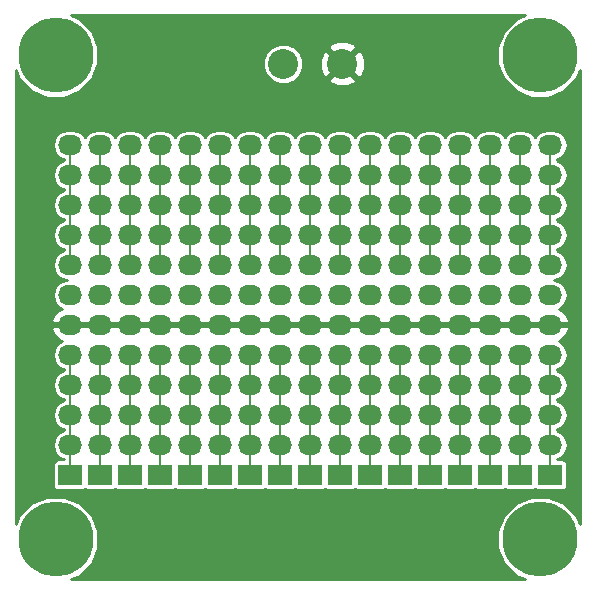
<source format=gbl>
G04 #@! TF.FileFunction,Copper,L2,Bot,Signal*
%FSLAX46Y46*%
G04 Gerber Fmt 4.6, Leading zero omitted, Abs format (unit mm)*
G04 Created by KiCad (PCBNEW 4.0.1-stable) date 10/1/2016 10:42:31 PM*
%MOMM*%
G01*
G04 APERTURE LIST*
%ADD10C,0.150000*%
%ADD11C,6.350000*%
%ADD12C,2.540000*%
%ADD13R,2.032000X1.727200*%
%ADD14O,2.032000X1.727200*%
%ADD15C,0.889000*%
%ADD16C,0.203200*%
%ADD17C,0.254000*%
G04 APERTURE END LIST*
D10*
D11*
X14000000Y-55000000D03*
X55000000Y-55000000D03*
X55000000Y-14000000D03*
X14000000Y-14000000D03*
D12*
X33274000Y-14732000D03*
X38274000Y-14732000D03*
D13*
X15240000Y-49530000D03*
D14*
X15240000Y-46990000D03*
X15240000Y-44450000D03*
X15240000Y-41910000D03*
X15240000Y-39370000D03*
X15240000Y-36830000D03*
X15240000Y-34290000D03*
X15240000Y-31750000D03*
X15240000Y-29210000D03*
X15240000Y-26670000D03*
X15240000Y-24130000D03*
X15240000Y-21590000D03*
D13*
X17780000Y-49530000D03*
D14*
X17780000Y-46990000D03*
X17780000Y-44450000D03*
X17780000Y-41910000D03*
X17780000Y-39370000D03*
X17780000Y-36830000D03*
X17780000Y-34290000D03*
X17780000Y-31750000D03*
X17780000Y-29210000D03*
X17780000Y-26670000D03*
X17780000Y-24130000D03*
X17780000Y-21590000D03*
D13*
X20320000Y-49530000D03*
D14*
X20320000Y-46990000D03*
X20320000Y-44450000D03*
X20320000Y-41910000D03*
X20320000Y-39370000D03*
X20320000Y-36830000D03*
X20320000Y-34290000D03*
X20320000Y-31750000D03*
X20320000Y-29210000D03*
X20320000Y-26670000D03*
X20320000Y-24130000D03*
X20320000Y-21590000D03*
D13*
X22860000Y-49530000D03*
D14*
X22860000Y-46990000D03*
X22860000Y-44450000D03*
X22860000Y-41910000D03*
X22860000Y-39370000D03*
X22860000Y-36830000D03*
X22860000Y-34290000D03*
X22860000Y-31750000D03*
X22860000Y-29210000D03*
X22860000Y-26670000D03*
X22860000Y-24130000D03*
X22860000Y-21590000D03*
D13*
X25400000Y-49530000D03*
D14*
X25400000Y-46990000D03*
X25400000Y-44450000D03*
X25400000Y-41910000D03*
X25400000Y-39370000D03*
X25400000Y-36830000D03*
X25400000Y-34290000D03*
X25400000Y-31750000D03*
X25400000Y-29210000D03*
X25400000Y-26670000D03*
X25400000Y-24130000D03*
X25400000Y-21590000D03*
D13*
X27940000Y-49530000D03*
D14*
X27940000Y-46990000D03*
X27940000Y-44450000D03*
X27940000Y-41910000D03*
X27940000Y-39370000D03*
X27940000Y-36830000D03*
X27940000Y-34290000D03*
X27940000Y-31750000D03*
X27940000Y-29210000D03*
X27940000Y-26670000D03*
X27940000Y-24130000D03*
X27940000Y-21590000D03*
D13*
X35560000Y-49530000D03*
D14*
X35560000Y-46990000D03*
X35560000Y-44450000D03*
X35560000Y-41910000D03*
X35560000Y-39370000D03*
X35560000Y-36830000D03*
X35560000Y-34290000D03*
X35560000Y-31750000D03*
X35560000Y-29210000D03*
X35560000Y-26670000D03*
X35560000Y-24130000D03*
X35560000Y-21590000D03*
D13*
X33020000Y-49530000D03*
D14*
X33020000Y-46990000D03*
X33020000Y-44450000D03*
X33020000Y-41910000D03*
X33020000Y-39370000D03*
X33020000Y-36830000D03*
X33020000Y-34290000D03*
X33020000Y-31750000D03*
X33020000Y-29210000D03*
X33020000Y-26670000D03*
X33020000Y-24130000D03*
X33020000Y-21590000D03*
D13*
X40640000Y-49530000D03*
D14*
X40640000Y-46990000D03*
X40640000Y-44450000D03*
X40640000Y-41910000D03*
X40640000Y-39370000D03*
X40640000Y-36830000D03*
X40640000Y-34290000D03*
X40640000Y-31750000D03*
X40640000Y-29210000D03*
X40640000Y-26670000D03*
X40640000Y-24130000D03*
X40640000Y-21590000D03*
D13*
X43180000Y-49530000D03*
D14*
X43180000Y-46990000D03*
X43180000Y-44450000D03*
X43180000Y-41910000D03*
X43180000Y-39370000D03*
X43180000Y-36830000D03*
X43180000Y-34290000D03*
X43180000Y-31750000D03*
X43180000Y-29210000D03*
X43180000Y-26670000D03*
X43180000Y-24130000D03*
X43180000Y-21590000D03*
D13*
X30480000Y-49530000D03*
D14*
X30480000Y-46990000D03*
X30480000Y-44450000D03*
X30480000Y-41910000D03*
X30480000Y-39370000D03*
X30480000Y-36830000D03*
X30480000Y-34290000D03*
X30480000Y-31750000D03*
X30480000Y-29210000D03*
X30480000Y-26670000D03*
X30480000Y-24130000D03*
X30480000Y-21590000D03*
D13*
X38100000Y-49530000D03*
D14*
X38100000Y-46990000D03*
X38100000Y-44450000D03*
X38100000Y-41910000D03*
X38100000Y-39370000D03*
X38100000Y-36830000D03*
X38100000Y-34290000D03*
X38100000Y-31750000D03*
X38100000Y-29210000D03*
X38100000Y-26670000D03*
X38100000Y-24130000D03*
X38100000Y-21590000D03*
D13*
X45720000Y-49530000D03*
D14*
X45720000Y-46990000D03*
X45720000Y-44450000D03*
X45720000Y-41910000D03*
X45720000Y-39370000D03*
X45720000Y-36830000D03*
X45720000Y-34290000D03*
X45720000Y-31750000D03*
X45720000Y-29210000D03*
X45720000Y-26670000D03*
X45720000Y-24130000D03*
X45720000Y-21590000D03*
D13*
X48260000Y-49530000D03*
D14*
X48260000Y-46990000D03*
X48260000Y-44450000D03*
X48260000Y-41910000D03*
X48260000Y-39370000D03*
X48260000Y-36830000D03*
X48260000Y-34290000D03*
X48260000Y-31750000D03*
X48260000Y-29210000D03*
X48260000Y-26670000D03*
X48260000Y-24130000D03*
X48260000Y-21590000D03*
D13*
X50800000Y-49530000D03*
D14*
X50800000Y-46990000D03*
X50800000Y-44450000D03*
X50800000Y-41910000D03*
X50800000Y-39370000D03*
X50800000Y-36830000D03*
X50800000Y-34290000D03*
X50800000Y-31750000D03*
X50800000Y-29210000D03*
X50800000Y-26670000D03*
X50800000Y-24130000D03*
X50800000Y-21590000D03*
D13*
X53340000Y-49530000D03*
D14*
X53340000Y-46990000D03*
X53340000Y-44450000D03*
X53340000Y-41910000D03*
X53340000Y-39370000D03*
X53340000Y-36830000D03*
X53340000Y-34290000D03*
X53340000Y-31750000D03*
X53340000Y-29210000D03*
X53340000Y-26670000D03*
X53340000Y-24130000D03*
X53340000Y-21590000D03*
D13*
X55880000Y-49530000D03*
D14*
X55880000Y-46990000D03*
X55880000Y-44450000D03*
X55880000Y-41910000D03*
X55880000Y-39370000D03*
X55880000Y-36830000D03*
X55880000Y-34290000D03*
X55880000Y-31750000D03*
X55880000Y-29210000D03*
X55880000Y-26670000D03*
X55880000Y-24130000D03*
X55880000Y-21590000D03*
D15*
X25908000Y-17018000D03*
X23749000Y-13208000D03*
D16*
X15240000Y-39370000D02*
X15240000Y-41910000D01*
X15240000Y-41910000D02*
X15240000Y-44450000D01*
X15240000Y-44450000D02*
X15240000Y-46990000D01*
X15240000Y-46990000D02*
X15240000Y-49530000D01*
X17780000Y-39370000D02*
X17780000Y-41910000D01*
X17780000Y-41910000D02*
X17780000Y-44450000D01*
X17780000Y-44450000D02*
X17780000Y-46990000D01*
X17780000Y-46990000D02*
X17780000Y-49530000D01*
X20320000Y-39370000D02*
X20320000Y-41910000D01*
X20320000Y-41910000D02*
X20320000Y-44450000D01*
X20320000Y-44450000D02*
X20320000Y-46990000D01*
X20320000Y-46990000D02*
X20320000Y-49530000D01*
X22860000Y-39370000D02*
X22860000Y-41910000D01*
X22860000Y-41910000D02*
X22860000Y-44450000D01*
X22860000Y-44450000D02*
X22860000Y-46990000D01*
X22860000Y-46990000D02*
X22860000Y-49530000D01*
X25400000Y-39370000D02*
X25400000Y-41910000D01*
X25400000Y-41910000D02*
X25400000Y-44450000D01*
X25400000Y-44450000D02*
X25400000Y-46990000D01*
X25400000Y-46990000D02*
X25400000Y-49530000D01*
X27940000Y-39370000D02*
X27940000Y-41910000D01*
X27940000Y-41910000D02*
X27940000Y-44450000D01*
X27940000Y-44450000D02*
X27940000Y-46990000D01*
X27940000Y-46990000D02*
X27940000Y-49530000D01*
X35560000Y-24130000D02*
X35560000Y-21590000D01*
X35560000Y-31750000D02*
X35560000Y-29210000D01*
X35560000Y-29210000D02*
X35560000Y-26670000D01*
X35560000Y-26670000D02*
X35560000Y-24130000D01*
X35560000Y-49530000D02*
X35560000Y-46990000D01*
X35560000Y-46990000D02*
X35560000Y-44450000D01*
X35560000Y-44450000D02*
X35560000Y-41910000D01*
X35560000Y-41910000D02*
X35560000Y-39370000D01*
X33020000Y-24130000D02*
X33020000Y-21590000D01*
X33020000Y-31750000D02*
X33020000Y-29210000D01*
X33020000Y-29210000D02*
X33020000Y-26670000D01*
X33020000Y-26670000D02*
X33020000Y-24130000D01*
X33020000Y-39370000D02*
X33020000Y-41910000D01*
X33020000Y-41910000D02*
X33020000Y-44450000D01*
X33020000Y-44450000D02*
X33020000Y-46990000D01*
X33020000Y-46990000D02*
X33020000Y-49530000D01*
X40640000Y-31750000D02*
X40640000Y-29210000D01*
X40640000Y-29210000D02*
X40640000Y-26670000D01*
X40640000Y-26670000D02*
X40640000Y-24130000D01*
X40640000Y-24130000D02*
X40640000Y-21590000D01*
X40640000Y-39370000D02*
X40640000Y-41910000D01*
X40640000Y-41910000D02*
X40640000Y-44450000D01*
X40640000Y-44450000D02*
X40640000Y-46990000D01*
X40640000Y-46990000D02*
X40640000Y-49530000D01*
X43180000Y-31750000D02*
X43180000Y-29210000D01*
X43180000Y-29210000D02*
X43180000Y-26670000D01*
X43180000Y-26670000D02*
X43180000Y-24130000D01*
X43180000Y-24130000D02*
X43180000Y-21590000D01*
X43180000Y-49530000D02*
X43180000Y-46990000D01*
X43180000Y-46990000D02*
X43180000Y-44450000D01*
X43180000Y-44450000D02*
X43180000Y-41910000D01*
X43180000Y-41910000D02*
X43180000Y-39370000D01*
X30480000Y-24130000D02*
X30480000Y-21590000D01*
X30480000Y-31750000D02*
X30480000Y-29210000D01*
X30480000Y-29210000D02*
X30480000Y-26670000D01*
X30480000Y-26670000D02*
X30480000Y-24130000D01*
X30480000Y-39370000D02*
X30480000Y-41910000D01*
X30480000Y-41910000D02*
X30480000Y-44450000D01*
X30480000Y-44450000D02*
X30480000Y-46990000D01*
X30480000Y-46990000D02*
X30480000Y-49530000D01*
X38100000Y-31750000D02*
X38100000Y-29210000D01*
X38100000Y-29210000D02*
X38100000Y-26670000D01*
X38100000Y-26670000D02*
X38100000Y-24130000D01*
X38100000Y-24130000D02*
X38100000Y-21590000D01*
X38100000Y-39370000D02*
X38100000Y-41910000D01*
X38100000Y-41910000D02*
X38100000Y-44450000D01*
X38100000Y-44450000D02*
X38100000Y-46990000D01*
X38100000Y-46990000D02*
X38100000Y-49530000D01*
X45720000Y-31750000D02*
X45720000Y-29210000D01*
X45720000Y-29210000D02*
X45720000Y-26670000D01*
X45720000Y-26670000D02*
X45720000Y-24130000D01*
X45720000Y-24130000D02*
X45720000Y-21590000D01*
X45720000Y-39370000D02*
X45720000Y-41910000D01*
X45720000Y-41910000D02*
X45720000Y-44450000D01*
X45720000Y-44450000D02*
X45720000Y-46990000D01*
X45720000Y-46990000D02*
X45720000Y-49530000D01*
X48260000Y-31750000D02*
X48260000Y-29210000D01*
X48260000Y-29210000D02*
X48260000Y-26670000D01*
X48260000Y-26670000D02*
X48260000Y-24130000D01*
X48260000Y-24130000D02*
X48260000Y-21590000D01*
X48260000Y-39370000D02*
X48260000Y-41910000D01*
X48260000Y-41910000D02*
X48260000Y-44450000D01*
X48260000Y-44450000D02*
X48260000Y-46990000D01*
X48260000Y-46990000D02*
X48260000Y-49530000D01*
X50800000Y-31750000D02*
X50800000Y-29210000D01*
X50800000Y-29210000D02*
X50800000Y-26670000D01*
X50800000Y-26670000D02*
X50800000Y-24130000D01*
X50800000Y-24130000D02*
X50800000Y-21590000D01*
X50800000Y-39370000D02*
X50800000Y-41910000D01*
X50800000Y-41910000D02*
X50800000Y-44450000D01*
X50800000Y-44450000D02*
X50800000Y-46990000D01*
X50800000Y-46990000D02*
X50800000Y-49530000D01*
X53340000Y-31750000D02*
X53340000Y-29210000D01*
X53340000Y-29210000D02*
X53340000Y-26670000D01*
X53340000Y-26670000D02*
X53340000Y-24130000D01*
X53340000Y-24130000D02*
X53340000Y-21590000D01*
X53340000Y-39370000D02*
X53340000Y-41910000D01*
X53340000Y-41910000D02*
X53340000Y-44450000D01*
X53340000Y-44450000D02*
X53340000Y-46990000D01*
X53340000Y-46990000D02*
X53340000Y-49530000D01*
X55880000Y-31750000D02*
X55880000Y-29210000D01*
X55880000Y-29210000D02*
X55880000Y-26670000D01*
X55880000Y-26670000D02*
X55880000Y-24130000D01*
X55880000Y-24130000D02*
X55880000Y-21590000D01*
X55880000Y-39370000D02*
X55880000Y-41910000D01*
X55880000Y-41910000D02*
X55880000Y-44450000D01*
X55880000Y-44450000D02*
X55880000Y-46990000D01*
X55880000Y-46990000D02*
X55880000Y-49530000D01*
X15240000Y-31750000D02*
X15240000Y-29210000D01*
X15240000Y-29210000D02*
X15240000Y-26670000D01*
X15240000Y-26670000D02*
X15240000Y-24130000D01*
X15240000Y-24130000D02*
X15240000Y-21590000D01*
X17780000Y-24130000D02*
X17780000Y-21590000D01*
X17780000Y-31750000D02*
X17780000Y-29210000D01*
X17780000Y-29210000D02*
X17780000Y-26670000D01*
X17780000Y-26670000D02*
X17780000Y-24130000D01*
X20320000Y-24130000D02*
X20320000Y-21590000D01*
X20320000Y-31750000D02*
X20320000Y-29210000D01*
X20320000Y-29210000D02*
X20320000Y-26670000D01*
X20320000Y-26670000D02*
X20320000Y-24130000D01*
X22860000Y-24130000D02*
X22860000Y-21590000D01*
X22860000Y-31750000D02*
X22860000Y-29210000D01*
X22860000Y-29210000D02*
X22860000Y-26670000D01*
X22860000Y-26670000D02*
X22860000Y-24130000D01*
X25400000Y-24130000D02*
X25400000Y-21590000D01*
X25400000Y-31750000D02*
X25400000Y-29210000D01*
X25400000Y-29210000D02*
X25400000Y-26670000D01*
X25400000Y-26670000D02*
X25400000Y-24130000D01*
X27940000Y-24130000D02*
X27940000Y-21590000D01*
X27940000Y-31750000D02*
X27940000Y-29210000D01*
X27940000Y-29210000D02*
X27940000Y-26670000D01*
X27940000Y-26670000D02*
X27940000Y-24130000D01*
D17*
G36*
X52959581Y-10940521D02*
X51944087Y-11954245D01*
X51393828Y-13279416D01*
X51392576Y-14714289D01*
X51940521Y-16040419D01*
X52954245Y-17055913D01*
X54279416Y-17606172D01*
X55714289Y-17607424D01*
X57040419Y-17059479D01*
X58055913Y-16045755D01*
X58377700Y-15270806D01*
X58377700Y-53729736D01*
X58059479Y-52959581D01*
X57045755Y-51944087D01*
X55720584Y-51393828D01*
X54285711Y-51392576D01*
X52959581Y-51940521D01*
X51944087Y-52954245D01*
X51393828Y-54279416D01*
X51392576Y-55714289D01*
X51940521Y-57040419D01*
X52954245Y-58055913D01*
X53729194Y-58377700D01*
X15270264Y-58377700D01*
X16040419Y-58059479D01*
X17055913Y-57045755D01*
X17606172Y-55720584D01*
X17607424Y-54285711D01*
X17059479Y-52959581D01*
X16045755Y-51944087D01*
X14720584Y-51393828D01*
X13285711Y-51392576D01*
X11959581Y-51940521D01*
X10944087Y-52954245D01*
X10622300Y-53729194D01*
X10622300Y-37189026D01*
X13632642Y-37189026D01*
X13635291Y-37204791D01*
X13889268Y-37732036D01*
X14325680Y-38121954D01*
X14532133Y-38194170D01*
X14143250Y-38454014D01*
X13862442Y-38874272D01*
X13763836Y-39370000D01*
X13862442Y-39865728D01*
X14143250Y-40285986D01*
X14563508Y-40566794D01*
X14706600Y-40595257D01*
X14706600Y-40684743D01*
X14563508Y-40713206D01*
X14143250Y-40994014D01*
X13862442Y-41414272D01*
X13763836Y-41910000D01*
X13862442Y-42405728D01*
X14143250Y-42825986D01*
X14563508Y-43106794D01*
X14706600Y-43135257D01*
X14706600Y-43224743D01*
X14563508Y-43253206D01*
X14143250Y-43534014D01*
X13862442Y-43954272D01*
X13763836Y-44450000D01*
X13862442Y-44945728D01*
X14143250Y-45365986D01*
X14563508Y-45646794D01*
X14706600Y-45675257D01*
X14706600Y-45764743D01*
X14563508Y-45793206D01*
X14143250Y-46074014D01*
X13862442Y-46494272D01*
X13763836Y-46990000D01*
X13862442Y-47485728D01*
X14143250Y-47905986D01*
X14563508Y-48186794D01*
X14706600Y-48215257D01*
X14706600Y-48226141D01*
X14224000Y-48226141D01*
X14063985Y-48256250D01*
X13917020Y-48350819D01*
X13818427Y-48495115D01*
X13783741Y-48666400D01*
X13783741Y-50393600D01*
X13813850Y-50553615D01*
X13908419Y-50700580D01*
X14052715Y-50799173D01*
X14224000Y-50833859D01*
X16256000Y-50833859D01*
X16416015Y-50803750D01*
X16510464Y-50742974D01*
X16592715Y-50799173D01*
X16764000Y-50833859D01*
X18796000Y-50833859D01*
X18956015Y-50803750D01*
X19050464Y-50742974D01*
X19132715Y-50799173D01*
X19304000Y-50833859D01*
X21336000Y-50833859D01*
X21496015Y-50803750D01*
X21590464Y-50742974D01*
X21672715Y-50799173D01*
X21844000Y-50833859D01*
X23876000Y-50833859D01*
X24036015Y-50803750D01*
X24130464Y-50742974D01*
X24212715Y-50799173D01*
X24384000Y-50833859D01*
X26416000Y-50833859D01*
X26576015Y-50803750D01*
X26670464Y-50742974D01*
X26752715Y-50799173D01*
X26924000Y-50833859D01*
X28956000Y-50833859D01*
X29116015Y-50803750D01*
X29210464Y-50742974D01*
X29292715Y-50799173D01*
X29464000Y-50833859D01*
X31496000Y-50833859D01*
X31656015Y-50803750D01*
X31750464Y-50742974D01*
X31832715Y-50799173D01*
X32004000Y-50833859D01*
X34036000Y-50833859D01*
X34196015Y-50803750D01*
X34290464Y-50742974D01*
X34372715Y-50799173D01*
X34544000Y-50833859D01*
X36576000Y-50833859D01*
X36736015Y-50803750D01*
X36830464Y-50742974D01*
X36912715Y-50799173D01*
X37084000Y-50833859D01*
X39116000Y-50833859D01*
X39276015Y-50803750D01*
X39370464Y-50742974D01*
X39452715Y-50799173D01*
X39624000Y-50833859D01*
X41656000Y-50833859D01*
X41816015Y-50803750D01*
X41910464Y-50742974D01*
X41992715Y-50799173D01*
X42164000Y-50833859D01*
X44196000Y-50833859D01*
X44356015Y-50803750D01*
X44450464Y-50742974D01*
X44532715Y-50799173D01*
X44704000Y-50833859D01*
X46736000Y-50833859D01*
X46896015Y-50803750D01*
X46990464Y-50742974D01*
X47072715Y-50799173D01*
X47244000Y-50833859D01*
X49276000Y-50833859D01*
X49436015Y-50803750D01*
X49530464Y-50742974D01*
X49612715Y-50799173D01*
X49784000Y-50833859D01*
X51816000Y-50833859D01*
X51976015Y-50803750D01*
X52070464Y-50742974D01*
X52152715Y-50799173D01*
X52324000Y-50833859D01*
X54356000Y-50833859D01*
X54516015Y-50803750D01*
X54610464Y-50742974D01*
X54692715Y-50799173D01*
X54864000Y-50833859D01*
X56896000Y-50833859D01*
X57056015Y-50803750D01*
X57202980Y-50709181D01*
X57301573Y-50564885D01*
X57336259Y-50393600D01*
X57336259Y-48666400D01*
X57306150Y-48506385D01*
X57211581Y-48359420D01*
X57067285Y-48260827D01*
X56896000Y-48226141D01*
X56413400Y-48226141D01*
X56413400Y-48215257D01*
X56556492Y-48186794D01*
X56976750Y-47905986D01*
X57257558Y-47485728D01*
X57356164Y-46990000D01*
X57257558Y-46494272D01*
X56976750Y-46074014D01*
X56556492Y-45793206D01*
X56413400Y-45764743D01*
X56413400Y-45675257D01*
X56556492Y-45646794D01*
X56976750Y-45365986D01*
X57257558Y-44945728D01*
X57356164Y-44450000D01*
X57257558Y-43954272D01*
X56976750Y-43534014D01*
X56556492Y-43253206D01*
X56413400Y-43224743D01*
X56413400Y-43135257D01*
X56556492Y-43106794D01*
X56976750Y-42825986D01*
X57257558Y-42405728D01*
X57356164Y-41910000D01*
X57257558Y-41414272D01*
X56976750Y-40994014D01*
X56556492Y-40713206D01*
X56413400Y-40684743D01*
X56413400Y-40595257D01*
X56556492Y-40566794D01*
X56976750Y-40285986D01*
X57257558Y-39865728D01*
X57356164Y-39370000D01*
X57257558Y-38874272D01*
X56976750Y-38454014D01*
X56587867Y-38194170D01*
X56794320Y-38121954D01*
X57230732Y-37732036D01*
X57484709Y-37204791D01*
X57487358Y-37189026D01*
X57366217Y-36957000D01*
X56007000Y-36957000D01*
X56007000Y-36977000D01*
X55753000Y-36977000D01*
X55753000Y-36957000D01*
X53467000Y-36957000D01*
X53467000Y-36977000D01*
X53213000Y-36977000D01*
X53213000Y-36957000D01*
X50927000Y-36957000D01*
X50927000Y-36977000D01*
X50673000Y-36977000D01*
X50673000Y-36957000D01*
X48387000Y-36957000D01*
X48387000Y-36977000D01*
X48133000Y-36977000D01*
X48133000Y-36957000D01*
X45847000Y-36957000D01*
X45847000Y-36977000D01*
X45593000Y-36977000D01*
X45593000Y-36957000D01*
X43307000Y-36957000D01*
X43307000Y-36977000D01*
X43053000Y-36977000D01*
X43053000Y-36957000D01*
X40767000Y-36957000D01*
X40767000Y-36977000D01*
X40513000Y-36977000D01*
X40513000Y-36957000D01*
X38227000Y-36957000D01*
X38227000Y-36977000D01*
X37973000Y-36977000D01*
X37973000Y-36957000D01*
X35687000Y-36957000D01*
X35687000Y-36977000D01*
X35433000Y-36977000D01*
X35433000Y-36957000D01*
X33147000Y-36957000D01*
X33147000Y-36977000D01*
X32893000Y-36977000D01*
X32893000Y-36957000D01*
X30607000Y-36957000D01*
X30607000Y-36977000D01*
X30353000Y-36977000D01*
X30353000Y-36957000D01*
X28067000Y-36957000D01*
X28067000Y-36977000D01*
X27813000Y-36977000D01*
X27813000Y-36957000D01*
X25527000Y-36957000D01*
X25527000Y-36977000D01*
X25273000Y-36977000D01*
X25273000Y-36957000D01*
X22987000Y-36957000D01*
X22987000Y-36977000D01*
X22733000Y-36977000D01*
X22733000Y-36957000D01*
X20447000Y-36957000D01*
X20447000Y-36977000D01*
X20193000Y-36977000D01*
X20193000Y-36957000D01*
X17907000Y-36957000D01*
X17907000Y-36977000D01*
X17653000Y-36977000D01*
X17653000Y-36957000D01*
X15367000Y-36957000D01*
X15367000Y-36977000D01*
X15113000Y-36977000D01*
X15113000Y-36957000D01*
X13753783Y-36957000D01*
X13632642Y-37189026D01*
X10622300Y-37189026D01*
X10622300Y-36470974D01*
X13632642Y-36470974D01*
X13753783Y-36703000D01*
X15113000Y-36703000D01*
X15113000Y-36683000D01*
X15367000Y-36683000D01*
X15367000Y-36703000D01*
X17653000Y-36703000D01*
X17653000Y-36683000D01*
X17907000Y-36683000D01*
X17907000Y-36703000D01*
X20193000Y-36703000D01*
X20193000Y-36683000D01*
X20447000Y-36683000D01*
X20447000Y-36703000D01*
X22733000Y-36703000D01*
X22733000Y-36683000D01*
X22987000Y-36683000D01*
X22987000Y-36703000D01*
X25273000Y-36703000D01*
X25273000Y-36683000D01*
X25527000Y-36683000D01*
X25527000Y-36703000D01*
X27813000Y-36703000D01*
X27813000Y-36683000D01*
X28067000Y-36683000D01*
X28067000Y-36703000D01*
X30353000Y-36703000D01*
X30353000Y-36683000D01*
X30607000Y-36683000D01*
X30607000Y-36703000D01*
X32893000Y-36703000D01*
X32893000Y-36683000D01*
X33147000Y-36683000D01*
X33147000Y-36703000D01*
X35433000Y-36703000D01*
X35433000Y-36683000D01*
X35687000Y-36683000D01*
X35687000Y-36703000D01*
X37973000Y-36703000D01*
X37973000Y-36683000D01*
X38227000Y-36683000D01*
X38227000Y-36703000D01*
X40513000Y-36703000D01*
X40513000Y-36683000D01*
X40767000Y-36683000D01*
X40767000Y-36703000D01*
X43053000Y-36703000D01*
X43053000Y-36683000D01*
X43307000Y-36683000D01*
X43307000Y-36703000D01*
X45593000Y-36703000D01*
X45593000Y-36683000D01*
X45847000Y-36683000D01*
X45847000Y-36703000D01*
X48133000Y-36703000D01*
X48133000Y-36683000D01*
X48387000Y-36683000D01*
X48387000Y-36703000D01*
X50673000Y-36703000D01*
X50673000Y-36683000D01*
X50927000Y-36683000D01*
X50927000Y-36703000D01*
X53213000Y-36703000D01*
X53213000Y-36683000D01*
X53467000Y-36683000D01*
X53467000Y-36703000D01*
X55753000Y-36703000D01*
X55753000Y-36683000D01*
X56007000Y-36683000D01*
X56007000Y-36703000D01*
X57366217Y-36703000D01*
X57487358Y-36470974D01*
X57484709Y-36455209D01*
X57230732Y-35927964D01*
X56794320Y-35538046D01*
X56587867Y-35465830D01*
X56976750Y-35205986D01*
X57257558Y-34785728D01*
X57356164Y-34290000D01*
X57257558Y-33794272D01*
X56976750Y-33374014D01*
X56556492Y-33093206D01*
X56188459Y-33020000D01*
X56556492Y-32946794D01*
X56976750Y-32665986D01*
X57257558Y-32245728D01*
X57356164Y-31750000D01*
X57257558Y-31254272D01*
X56976750Y-30834014D01*
X56556492Y-30553206D01*
X56413400Y-30524743D01*
X56413400Y-30435257D01*
X56556492Y-30406794D01*
X56976750Y-30125986D01*
X57257558Y-29705728D01*
X57356164Y-29210000D01*
X57257558Y-28714272D01*
X56976750Y-28294014D01*
X56556492Y-28013206D01*
X56413400Y-27984743D01*
X56413400Y-27895257D01*
X56556492Y-27866794D01*
X56976750Y-27585986D01*
X57257558Y-27165728D01*
X57356164Y-26670000D01*
X57257558Y-26174272D01*
X56976750Y-25754014D01*
X56556492Y-25473206D01*
X56413400Y-25444743D01*
X56413400Y-25355257D01*
X56556492Y-25326794D01*
X56976750Y-25045986D01*
X57257558Y-24625728D01*
X57356164Y-24130000D01*
X57257558Y-23634272D01*
X56976750Y-23214014D01*
X56556492Y-22933206D01*
X56413400Y-22904743D01*
X56413400Y-22815257D01*
X56556492Y-22786794D01*
X56976750Y-22505986D01*
X57257558Y-22085728D01*
X57356164Y-21590000D01*
X57257558Y-21094272D01*
X56976750Y-20674014D01*
X56556492Y-20393206D01*
X56060764Y-20294600D01*
X55699236Y-20294600D01*
X55203508Y-20393206D01*
X54783250Y-20674014D01*
X54610000Y-20933300D01*
X54436750Y-20674014D01*
X54016492Y-20393206D01*
X53520764Y-20294600D01*
X53159236Y-20294600D01*
X52663508Y-20393206D01*
X52243250Y-20674014D01*
X52070000Y-20933300D01*
X51896750Y-20674014D01*
X51476492Y-20393206D01*
X50980764Y-20294600D01*
X50619236Y-20294600D01*
X50123508Y-20393206D01*
X49703250Y-20674014D01*
X49530000Y-20933300D01*
X49356750Y-20674014D01*
X48936492Y-20393206D01*
X48440764Y-20294600D01*
X48079236Y-20294600D01*
X47583508Y-20393206D01*
X47163250Y-20674014D01*
X46990000Y-20933300D01*
X46816750Y-20674014D01*
X46396492Y-20393206D01*
X45900764Y-20294600D01*
X45539236Y-20294600D01*
X45043508Y-20393206D01*
X44623250Y-20674014D01*
X44450000Y-20933300D01*
X44276750Y-20674014D01*
X43856492Y-20393206D01*
X43360764Y-20294600D01*
X42999236Y-20294600D01*
X42503508Y-20393206D01*
X42083250Y-20674014D01*
X41910000Y-20933300D01*
X41736750Y-20674014D01*
X41316492Y-20393206D01*
X40820764Y-20294600D01*
X40459236Y-20294600D01*
X39963508Y-20393206D01*
X39543250Y-20674014D01*
X39370000Y-20933300D01*
X39196750Y-20674014D01*
X38776492Y-20393206D01*
X38280764Y-20294600D01*
X37919236Y-20294600D01*
X37423508Y-20393206D01*
X37003250Y-20674014D01*
X36830000Y-20933300D01*
X36656750Y-20674014D01*
X36236492Y-20393206D01*
X35740764Y-20294600D01*
X35379236Y-20294600D01*
X34883508Y-20393206D01*
X34463250Y-20674014D01*
X34290000Y-20933300D01*
X34116750Y-20674014D01*
X33696492Y-20393206D01*
X33200764Y-20294600D01*
X32839236Y-20294600D01*
X32343508Y-20393206D01*
X31923250Y-20674014D01*
X31750000Y-20933300D01*
X31576750Y-20674014D01*
X31156492Y-20393206D01*
X30660764Y-20294600D01*
X30299236Y-20294600D01*
X29803508Y-20393206D01*
X29383250Y-20674014D01*
X29210000Y-20933300D01*
X29036750Y-20674014D01*
X28616492Y-20393206D01*
X28120764Y-20294600D01*
X27759236Y-20294600D01*
X27263508Y-20393206D01*
X26843250Y-20674014D01*
X26670000Y-20933300D01*
X26496750Y-20674014D01*
X26076492Y-20393206D01*
X25580764Y-20294600D01*
X25219236Y-20294600D01*
X24723508Y-20393206D01*
X24303250Y-20674014D01*
X24130000Y-20933300D01*
X23956750Y-20674014D01*
X23536492Y-20393206D01*
X23040764Y-20294600D01*
X22679236Y-20294600D01*
X22183508Y-20393206D01*
X21763250Y-20674014D01*
X21590000Y-20933300D01*
X21416750Y-20674014D01*
X20996492Y-20393206D01*
X20500764Y-20294600D01*
X20139236Y-20294600D01*
X19643508Y-20393206D01*
X19223250Y-20674014D01*
X19050000Y-20933300D01*
X18876750Y-20674014D01*
X18456492Y-20393206D01*
X17960764Y-20294600D01*
X17599236Y-20294600D01*
X17103508Y-20393206D01*
X16683250Y-20674014D01*
X16510000Y-20933300D01*
X16336750Y-20674014D01*
X15916492Y-20393206D01*
X15420764Y-20294600D01*
X15059236Y-20294600D01*
X14563508Y-20393206D01*
X14143250Y-20674014D01*
X13862442Y-21094272D01*
X13763836Y-21590000D01*
X13862442Y-22085728D01*
X14143250Y-22505986D01*
X14563508Y-22786794D01*
X14706600Y-22815257D01*
X14706600Y-22904743D01*
X14563508Y-22933206D01*
X14143250Y-23214014D01*
X13862442Y-23634272D01*
X13763836Y-24130000D01*
X13862442Y-24625728D01*
X14143250Y-25045986D01*
X14563508Y-25326794D01*
X14706600Y-25355257D01*
X14706600Y-25444743D01*
X14563508Y-25473206D01*
X14143250Y-25754014D01*
X13862442Y-26174272D01*
X13763836Y-26670000D01*
X13862442Y-27165728D01*
X14143250Y-27585986D01*
X14563508Y-27866794D01*
X14706600Y-27895257D01*
X14706600Y-27984743D01*
X14563508Y-28013206D01*
X14143250Y-28294014D01*
X13862442Y-28714272D01*
X13763836Y-29210000D01*
X13862442Y-29705728D01*
X14143250Y-30125986D01*
X14563508Y-30406794D01*
X14706600Y-30435257D01*
X14706600Y-30524743D01*
X14563508Y-30553206D01*
X14143250Y-30834014D01*
X13862442Y-31254272D01*
X13763836Y-31750000D01*
X13862442Y-32245728D01*
X14143250Y-32665986D01*
X14563508Y-32946794D01*
X14931541Y-33020000D01*
X14563508Y-33093206D01*
X14143250Y-33374014D01*
X13862442Y-33794272D01*
X13763836Y-34290000D01*
X13862442Y-34785728D01*
X14143250Y-35205986D01*
X14532133Y-35465830D01*
X14325680Y-35538046D01*
X13889268Y-35927964D01*
X13635291Y-36455209D01*
X13632642Y-36470974D01*
X10622300Y-36470974D01*
X10622300Y-15270264D01*
X10940521Y-16040419D01*
X11954245Y-17055913D01*
X13279416Y-17606172D01*
X14714289Y-17607424D01*
X16040419Y-17059479D01*
X17055913Y-16045755D01*
X17461487Y-15069024D01*
X31571905Y-15069024D01*
X31830443Y-15694733D01*
X32308749Y-16173874D01*
X32934006Y-16433504D01*
X33611024Y-16434095D01*
X34236733Y-16175557D01*
X34332680Y-16079777D01*
X37105828Y-16079777D01*
X37237520Y-16374657D01*
X37945036Y-16646261D01*
X38702632Y-16626436D01*
X39310480Y-16374657D01*
X39442172Y-16079777D01*
X38274000Y-14911605D01*
X37105828Y-16079777D01*
X34332680Y-16079777D01*
X34715874Y-15697251D01*
X34975504Y-15071994D01*
X34976087Y-14403036D01*
X36359739Y-14403036D01*
X36379564Y-15160632D01*
X36631343Y-15768480D01*
X36926223Y-15900172D01*
X38094395Y-14732000D01*
X38453605Y-14732000D01*
X39621777Y-15900172D01*
X39916657Y-15768480D01*
X40188261Y-15060964D01*
X40168436Y-14303368D01*
X39916657Y-13695520D01*
X39621777Y-13563828D01*
X38453605Y-14732000D01*
X38094395Y-14732000D01*
X36926223Y-13563828D01*
X36631343Y-13695520D01*
X36359739Y-14403036D01*
X34976087Y-14403036D01*
X34976095Y-14394976D01*
X34717557Y-13769267D01*
X34333185Y-13384223D01*
X37105828Y-13384223D01*
X38274000Y-14552395D01*
X39442172Y-13384223D01*
X39310480Y-13089343D01*
X38602964Y-12817739D01*
X37845368Y-12837564D01*
X37237520Y-13089343D01*
X37105828Y-13384223D01*
X34333185Y-13384223D01*
X34239251Y-13290126D01*
X33613994Y-13030496D01*
X32936976Y-13029905D01*
X32311267Y-13288443D01*
X31832126Y-13766749D01*
X31572496Y-14392006D01*
X31571905Y-15069024D01*
X17461487Y-15069024D01*
X17606172Y-14720584D01*
X17607424Y-13285711D01*
X17059479Y-11959581D01*
X16045755Y-10944087D01*
X15270806Y-10622300D01*
X53729736Y-10622300D01*
X52959581Y-10940521D01*
X52959581Y-10940521D01*
G37*
X52959581Y-10940521D02*
X51944087Y-11954245D01*
X51393828Y-13279416D01*
X51392576Y-14714289D01*
X51940521Y-16040419D01*
X52954245Y-17055913D01*
X54279416Y-17606172D01*
X55714289Y-17607424D01*
X57040419Y-17059479D01*
X58055913Y-16045755D01*
X58377700Y-15270806D01*
X58377700Y-53729736D01*
X58059479Y-52959581D01*
X57045755Y-51944087D01*
X55720584Y-51393828D01*
X54285711Y-51392576D01*
X52959581Y-51940521D01*
X51944087Y-52954245D01*
X51393828Y-54279416D01*
X51392576Y-55714289D01*
X51940521Y-57040419D01*
X52954245Y-58055913D01*
X53729194Y-58377700D01*
X15270264Y-58377700D01*
X16040419Y-58059479D01*
X17055913Y-57045755D01*
X17606172Y-55720584D01*
X17607424Y-54285711D01*
X17059479Y-52959581D01*
X16045755Y-51944087D01*
X14720584Y-51393828D01*
X13285711Y-51392576D01*
X11959581Y-51940521D01*
X10944087Y-52954245D01*
X10622300Y-53729194D01*
X10622300Y-37189026D01*
X13632642Y-37189026D01*
X13635291Y-37204791D01*
X13889268Y-37732036D01*
X14325680Y-38121954D01*
X14532133Y-38194170D01*
X14143250Y-38454014D01*
X13862442Y-38874272D01*
X13763836Y-39370000D01*
X13862442Y-39865728D01*
X14143250Y-40285986D01*
X14563508Y-40566794D01*
X14706600Y-40595257D01*
X14706600Y-40684743D01*
X14563508Y-40713206D01*
X14143250Y-40994014D01*
X13862442Y-41414272D01*
X13763836Y-41910000D01*
X13862442Y-42405728D01*
X14143250Y-42825986D01*
X14563508Y-43106794D01*
X14706600Y-43135257D01*
X14706600Y-43224743D01*
X14563508Y-43253206D01*
X14143250Y-43534014D01*
X13862442Y-43954272D01*
X13763836Y-44450000D01*
X13862442Y-44945728D01*
X14143250Y-45365986D01*
X14563508Y-45646794D01*
X14706600Y-45675257D01*
X14706600Y-45764743D01*
X14563508Y-45793206D01*
X14143250Y-46074014D01*
X13862442Y-46494272D01*
X13763836Y-46990000D01*
X13862442Y-47485728D01*
X14143250Y-47905986D01*
X14563508Y-48186794D01*
X14706600Y-48215257D01*
X14706600Y-48226141D01*
X14224000Y-48226141D01*
X14063985Y-48256250D01*
X13917020Y-48350819D01*
X13818427Y-48495115D01*
X13783741Y-48666400D01*
X13783741Y-50393600D01*
X13813850Y-50553615D01*
X13908419Y-50700580D01*
X14052715Y-50799173D01*
X14224000Y-50833859D01*
X16256000Y-50833859D01*
X16416015Y-50803750D01*
X16510464Y-50742974D01*
X16592715Y-50799173D01*
X16764000Y-50833859D01*
X18796000Y-50833859D01*
X18956015Y-50803750D01*
X19050464Y-50742974D01*
X19132715Y-50799173D01*
X19304000Y-50833859D01*
X21336000Y-50833859D01*
X21496015Y-50803750D01*
X21590464Y-50742974D01*
X21672715Y-50799173D01*
X21844000Y-50833859D01*
X23876000Y-50833859D01*
X24036015Y-50803750D01*
X24130464Y-50742974D01*
X24212715Y-50799173D01*
X24384000Y-50833859D01*
X26416000Y-50833859D01*
X26576015Y-50803750D01*
X26670464Y-50742974D01*
X26752715Y-50799173D01*
X26924000Y-50833859D01*
X28956000Y-50833859D01*
X29116015Y-50803750D01*
X29210464Y-50742974D01*
X29292715Y-50799173D01*
X29464000Y-50833859D01*
X31496000Y-50833859D01*
X31656015Y-50803750D01*
X31750464Y-50742974D01*
X31832715Y-50799173D01*
X32004000Y-50833859D01*
X34036000Y-50833859D01*
X34196015Y-50803750D01*
X34290464Y-50742974D01*
X34372715Y-50799173D01*
X34544000Y-50833859D01*
X36576000Y-50833859D01*
X36736015Y-50803750D01*
X36830464Y-50742974D01*
X36912715Y-50799173D01*
X37084000Y-50833859D01*
X39116000Y-50833859D01*
X39276015Y-50803750D01*
X39370464Y-50742974D01*
X39452715Y-50799173D01*
X39624000Y-50833859D01*
X41656000Y-50833859D01*
X41816015Y-50803750D01*
X41910464Y-50742974D01*
X41992715Y-50799173D01*
X42164000Y-50833859D01*
X44196000Y-50833859D01*
X44356015Y-50803750D01*
X44450464Y-50742974D01*
X44532715Y-50799173D01*
X44704000Y-50833859D01*
X46736000Y-50833859D01*
X46896015Y-50803750D01*
X46990464Y-50742974D01*
X47072715Y-50799173D01*
X47244000Y-50833859D01*
X49276000Y-50833859D01*
X49436015Y-50803750D01*
X49530464Y-50742974D01*
X49612715Y-50799173D01*
X49784000Y-50833859D01*
X51816000Y-50833859D01*
X51976015Y-50803750D01*
X52070464Y-50742974D01*
X52152715Y-50799173D01*
X52324000Y-50833859D01*
X54356000Y-50833859D01*
X54516015Y-50803750D01*
X54610464Y-50742974D01*
X54692715Y-50799173D01*
X54864000Y-50833859D01*
X56896000Y-50833859D01*
X57056015Y-50803750D01*
X57202980Y-50709181D01*
X57301573Y-50564885D01*
X57336259Y-50393600D01*
X57336259Y-48666400D01*
X57306150Y-48506385D01*
X57211581Y-48359420D01*
X57067285Y-48260827D01*
X56896000Y-48226141D01*
X56413400Y-48226141D01*
X56413400Y-48215257D01*
X56556492Y-48186794D01*
X56976750Y-47905986D01*
X57257558Y-47485728D01*
X57356164Y-46990000D01*
X57257558Y-46494272D01*
X56976750Y-46074014D01*
X56556492Y-45793206D01*
X56413400Y-45764743D01*
X56413400Y-45675257D01*
X56556492Y-45646794D01*
X56976750Y-45365986D01*
X57257558Y-44945728D01*
X57356164Y-44450000D01*
X57257558Y-43954272D01*
X56976750Y-43534014D01*
X56556492Y-43253206D01*
X56413400Y-43224743D01*
X56413400Y-43135257D01*
X56556492Y-43106794D01*
X56976750Y-42825986D01*
X57257558Y-42405728D01*
X57356164Y-41910000D01*
X57257558Y-41414272D01*
X56976750Y-40994014D01*
X56556492Y-40713206D01*
X56413400Y-40684743D01*
X56413400Y-40595257D01*
X56556492Y-40566794D01*
X56976750Y-40285986D01*
X57257558Y-39865728D01*
X57356164Y-39370000D01*
X57257558Y-38874272D01*
X56976750Y-38454014D01*
X56587867Y-38194170D01*
X56794320Y-38121954D01*
X57230732Y-37732036D01*
X57484709Y-37204791D01*
X57487358Y-37189026D01*
X57366217Y-36957000D01*
X56007000Y-36957000D01*
X56007000Y-36977000D01*
X55753000Y-36977000D01*
X55753000Y-36957000D01*
X53467000Y-36957000D01*
X53467000Y-36977000D01*
X53213000Y-36977000D01*
X53213000Y-36957000D01*
X50927000Y-36957000D01*
X50927000Y-36977000D01*
X50673000Y-36977000D01*
X50673000Y-36957000D01*
X48387000Y-36957000D01*
X48387000Y-36977000D01*
X48133000Y-36977000D01*
X48133000Y-36957000D01*
X45847000Y-36957000D01*
X45847000Y-36977000D01*
X45593000Y-36977000D01*
X45593000Y-36957000D01*
X43307000Y-36957000D01*
X43307000Y-36977000D01*
X43053000Y-36977000D01*
X43053000Y-36957000D01*
X40767000Y-36957000D01*
X40767000Y-36977000D01*
X40513000Y-36977000D01*
X40513000Y-36957000D01*
X38227000Y-36957000D01*
X38227000Y-36977000D01*
X37973000Y-36977000D01*
X37973000Y-36957000D01*
X35687000Y-36957000D01*
X35687000Y-36977000D01*
X35433000Y-36977000D01*
X35433000Y-36957000D01*
X33147000Y-36957000D01*
X33147000Y-36977000D01*
X32893000Y-36977000D01*
X32893000Y-36957000D01*
X30607000Y-36957000D01*
X30607000Y-36977000D01*
X30353000Y-36977000D01*
X30353000Y-36957000D01*
X28067000Y-36957000D01*
X28067000Y-36977000D01*
X27813000Y-36977000D01*
X27813000Y-36957000D01*
X25527000Y-36957000D01*
X25527000Y-36977000D01*
X25273000Y-36977000D01*
X25273000Y-36957000D01*
X22987000Y-36957000D01*
X22987000Y-36977000D01*
X22733000Y-36977000D01*
X22733000Y-36957000D01*
X20447000Y-36957000D01*
X20447000Y-36977000D01*
X20193000Y-36977000D01*
X20193000Y-36957000D01*
X17907000Y-36957000D01*
X17907000Y-36977000D01*
X17653000Y-36977000D01*
X17653000Y-36957000D01*
X15367000Y-36957000D01*
X15367000Y-36977000D01*
X15113000Y-36977000D01*
X15113000Y-36957000D01*
X13753783Y-36957000D01*
X13632642Y-37189026D01*
X10622300Y-37189026D01*
X10622300Y-36470974D01*
X13632642Y-36470974D01*
X13753783Y-36703000D01*
X15113000Y-36703000D01*
X15113000Y-36683000D01*
X15367000Y-36683000D01*
X15367000Y-36703000D01*
X17653000Y-36703000D01*
X17653000Y-36683000D01*
X17907000Y-36683000D01*
X17907000Y-36703000D01*
X20193000Y-36703000D01*
X20193000Y-36683000D01*
X20447000Y-36683000D01*
X20447000Y-36703000D01*
X22733000Y-36703000D01*
X22733000Y-36683000D01*
X22987000Y-36683000D01*
X22987000Y-36703000D01*
X25273000Y-36703000D01*
X25273000Y-36683000D01*
X25527000Y-36683000D01*
X25527000Y-36703000D01*
X27813000Y-36703000D01*
X27813000Y-36683000D01*
X28067000Y-36683000D01*
X28067000Y-36703000D01*
X30353000Y-36703000D01*
X30353000Y-36683000D01*
X30607000Y-36683000D01*
X30607000Y-36703000D01*
X32893000Y-36703000D01*
X32893000Y-36683000D01*
X33147000Y-36683000D01*
X33147000Y-36703000D01*
X35433000Y-36703000D01*
X35433000Y-36683000D01*
X35687000Y-36683000D01*
X35687000Y-36703000D01*
X37973000Y-36703000D01*
X37973000Y-36683000D01*
X38227000Y-36683000D01*
X38227000Y-36703000D01*
X40513000Y-36703000D01*
X40513000Y-36683000D01*
X40767000Y-36683000D01*
X40767000Y-36703000D01*
X43053000Y-36703000D01*
X43053000Y-36683000D01*
X43307000Y-36683000D01*
X43307000Y-36703000D01*
X45593000Y-36703000D01*
X45593000Y-36683000D01*
X45847000Y-36683000D01*
X45847000Y-36703000D01*
X48133000Y-36703000D01*
X48133000Y-36683000D01*
X48387000Y-36683000D01*
X48387000Y-36703000D01*
X50673000Y-36703000D01*
X50673000Y-36683000D01*
X50927000Y-36683000D01*
X50927000Y-36703000D01*
X53213000Y-36703000D01*
X53213000Y-36683000D01*
X53467000Y-36683000D01*
X53467000Y-36703000D01*
X55753000Y-36703000D01*
X55753000Y-36683000D01*
X56007000Y-36683000D01*
X56007000Y-36703000D01*
X57366217Y-36703000D01*
X57487358Y-36470974D01*
X57484709Y-36455209D01*
X57230732Y-35927964D01*
X56794320Y-35538046D01*
X56587867Y-35465830D01*
X56976750Y-35205986D01*
X57257558Y-34785728D01*
X57356164Y-34290000D01*
X57257558Y-33794272D01*
X56976750Y-33374014D01*
X56556492Y-33093206D01*
X56188459Y-33020000D01*
X56556492Y-32946794D01*
X56976750Y-32665986D01*
X57257558Y-32245728D01*
X57356164Y-31750000D01*
X57257558Y-31254272D01*
X56976750Y-30834014D01*
X56556492Y-30553206D01*
X56413400Y-30524743D01*
X56413400Y-30435257D01*
X56556492Y-30406794D01*
X56976750Y-30125986D01*
X57257558Y-29705728D01*
X57356164Y-29210000D01*
X57257558Y-28714272D01*
X56976750Y-28294014D01*
X56556492Y-28013206D01*
X56413400Y-27984743D01*
X56413400Y-27895257D01*
X56556492Y-27866794D01*
X56976750Y-27585986D01*
X57257558Y-27165728D01*
X57356164Y-26670000D01*
X57257558Y-26174272D01*
X56976750Y-25754014D01*
X56556492Y-25473206D01*
X56413400Y-25444743D01*
X56413400Y-25355257D01*
X56556492Y-25326794D01*
X56976750Y-25045986D01*
X57257558Y-24625728D01*
X57356164Y-24130000D01*
X57257558Y-23634272D01*
X56976750Y-23214014D01*
X56556492Y-22933206D01*
X56413400Y-22904743D01*
X56413400Y-22815257D01*
X56556492Y-22786794D01*
X56976750Y-22505986D01*
X57257558Y-22085728D01*
X57356164Y-21590000D01*
X57257558Y-21094272D01*
X56976750Y-20674014D01*
X56556492Y-20393206D01*
X56060764Y-20294600D01*
X55699236Y-20294600D01*
X55203508Y-20393206D01*
X54783250Y-20674014D01*
X54610000Y-20933300D01*
X54436750Y-20674014D01*
X54016492Y-20393206D01*
X53520764Y-20294600D01*
X53159236Y-20294600D01*
X52663508Y-20393206D01*
X52243250Y-20674014D01*
X52070000Y-20933300D01*
X51896750Y-20674014D01*
X51476492Y-20393206D01*
X50980764Y-20294600D01*
X50619236Y-20294600D01*
X50123508Y-20393206D01*
X49703250Y-20674014D01*
X49530000Y-20933300D01*
X49356750Y-20674014D01*
X48936492Y-20393206D01*
X48440764Y-20294600D01*
X48079236Y-20294600D01*
X47583508Y-20393206D01*
X47163250Y-20674014D01*
X46990000Y-20933300D01*
X46816750Y-20674014D01*
X46396492Y-20393206D01*
X45900764Y-20294600D01*
X45539236Y-20294600D01*
X45043508Y-20393206D01*
X44623250Y-20674014D01*
X44450000Y-20933300D01*
X44276750Y-20674014D01*
X43856492Y-20393206D01*
X43360764Y-20294600D01*
X42999236Y-20294600D01*
X42503508Y-20393206D01*
X42083250Y-20674014D01*
X41910000Y-20933300D01*
X41736750Y-20674014D01*
X41316492Y-20393206D01*
X40820764Y-20294600D01*
X40459236Y-20294600D01*
X39963508Y-20393206D01*
X39543250Y-20674014D01*
X39370000Y-20933300D01*
X39196750Y-20674014D01*
X38776492Y-20393206D01*
X38280764Y-20294600D01*
X37919236Y-20294600D01*
X37423508Y-20393206D01*
X37003250Y-20674014D01*
X36830000Y-20933300D01*
X36656750Y-20674014D01*
X36236492Y-20393206D01*
X35740764Y-20294600D01*
X35379236Y-20294600D01*
X34883508Y-20393206D01*
X34463250Y-20674014D01*
X34290000Y-20933300D01*
X34116750Y-20674014D01*
X33696492Y-20393206D01*
X33200764Y-20294600D01*
X32839236Y-20294600D01*
X32343508Y-20393206D01*
X31923250Y-20674014D01*
X31750000Y-20933300D01*
X31576750Y-20674014D01*
X31156492Y-20393206D01*
X30660764Y-20294600D01*
X30299236Y-20294600D01*
X29803508Y-20393206D01*
X29383250Y-20674014D01*
X29210000Y-20933300D01*
X29036750Y-20674014D01*
X28616492Y-20393206D01*
X28120764Y-20294600D01*
X27759236Y-20294600D01*
X27263508Y-20393206D01*
X26843250Y-20674014D01*
X26670000Y-20933300D01*
X26496750Y-20674014D01*
X26076492Y-20393206D01*
X25580764Y-20294600D01*
X25219236Y-20294600D01*
X24723508Y-20393206D01*
X24303250Y-20674014D01*
X24130000Y-20933300D01*
X23956750Y-20674014D01*
X23536492Y-20393206D01*
X23040764Y-20294600D01*
X22679236Y-20294600D01*
X22183508Y-20393206D01*
X21763250Y-20674014D01*
X21590000Y-20933300D01*
X21416750Y-20674014D01*
X20996492Y-20393206D01*
X20500764Y-20294600D01*
X20139236Y-20294600D01*
X19643508Y-20393206D01*
X19223250Y-20674014D01*
X19050000Y-20933300D01*
X18876750Y-20674014D01*
X18456492Y-20393206D01*
X17960764Y-20294600D01*
X17599236Y-20294600D01*
X17103508Y-20393206D01*
X16683250Y-20674014D01*
X16510000Y-20933300D01*
X16336750Y-20674014D01*
X15916492Y-20393206D01*
X15420764Y-20294600D01*
X15059236Y-20294600D01*
X14563508Y-20393206D01*
X14143250Y-20674014D01*
X13862442Y-21094272D01*
X13763836Y-21590000D01*
X13862442Y-22085728D01*
X14143250Y-22505986D01*
X14563508Y-22786794D01*
X14706600Y-22815257D01*
X14706600Y-22904743D01*
X14563508Y-22933206D01*
X14143250Y-23214014D01*
X13862442Y-23634272D01*
X13763836Y-24130000D01*
X13862442Y-24625728D01*
X14143250Y-25045986D01*
X14563508Y-25326794D01*
X14706600Y-25355257D01*
X14706600Y-25444743D01*
X14563508Y-25473206D01*
X14143250Y-25754014D01*
X13862442Y-26174272D01*
X13763836Y-26670000D01*
X13862442Y-27165728D01*
X14143250Y-27585986D01*
X14563508Y-27866794D01*
X14706600Y-27895257D01*
X14706600Y-27984743D01*
X14563508Y-28013206D01*
X14143250Y-28294014D01*
X13862442Y-28714272D01*
X13763836Y-29210000D01*
X13862442Y-29705728D01*
X14143250Y-30125986D01*
X14563508Y-30406794D01*
X14706600Y-30435257D01*
X14706600Y-30524743D01*
X14563508Y-30553206D01*
X14143250Y-30834014D01*
X13862442Y-31254272D01*
X13763836Y-31750000D01*
X13862442Y-32245728D01*
X14143250Y-32665986D01*
X14563508Y-32946794D01*
X14931541Y-33020000D01*
X14563508Y-33093206D01*
X14143250Y-33374014D01*
X13862442Y-33794272D01*
X13763836Y-34290000D01*
X13862442Y-34785728D01*
X14143250Y-35205986D01*
X14532133Y-35465830D01*
X14325680Y-35538046D01*
X13889268Y-35927964D01*
X13635291Y-36455209D01*
X13632642Y-36470974D01*
X10622300Y-36470974D01*
X10622300Y-15270264D01*
X10940521Y-16040419D01*
X11954245Y-17055913D01*
X13279416Y-17606172D01*
X14714289Y-17607424D01*
X16040419Y-17059479D01*
X17055913Y-16045755D01*
X17461487Y-15069024D01*
X31571905Y-15069024D01*
X31830443Y-15694733D01*
X32308749Y-16173874D01*
X32934006Y-16433504D01*
X33611024Y-16434095D01*
X34236733Y-16175557D01*
X34332680Y-16079777D01*
X37105828Y-16079777D01*
X37237520Y-16374657D01*
X37945036Y-16646261D01*
X38702632Y-16626436D01*
X39310480Y-16374657D01*
X39442172Y-16079777D01*
X38274000Y-14911605D01*
X37105828Y-16079777D01*
X34332680Y-16079777D01*
X34715874Y-15697251D01*
X34975504Y-15071994D01*
X34976087Y-14403036D01*
X36359739Y-14403036D01*
X36379564Y-15160632D01*
X36631343Y-15768480D01*
X36926223Y-15900172D01*
X38094395Y-14732000D01*
X38453605Y-14732000D01*
X39621777Y-15900172D01*
X39916657Y-15768480D01*
X40188261Y-15060964D01*
X40168436Y-14303368D01*
X39916657Y-13695520D01*
X39621777Y-13563828D01*
X38453605Y-14732000D01*
X38094395Y-14732000D01*
X36926223Y-13563828D01*
X36631343Y-13695520D01*
X36359739Y-14403036D01*
X34976087Y-14403036D01*
X34976095Y-14394976D01*
X34717557Y-13769267D01*
X34333185Y-13384223D01*
X37105828Y-13384223D01*
X38274000Y-14552395D01*
X39442172Y-13384223D01*
X39310480Y-13089343D01*
X38602964Y-12817739D01*
X37845368Y-12837564D01*
X37237520Y-13089343D01*
X37105828Y-13384223D01*
X34333185Y-13384223D01*
X34239251Y-13290126D01*
X33613994Y-13030496D01*
X32936976Y-13029905D01*
X32311267Y-13288443D01*
X31832126Y-13766749D01*
X31572496Y-14392006D01*
X31571905Y-15069024D01*
X17461487Y-15069024D01*
X17606172Y-14720584D01*
X17607424Y-13285711D01*
X17059479Y-11959581D01*
X16045755Y-10944087D01*
X15270806Y-10622300D01*
X53729736Y-10622300D01*
X52959581Y-10940521D01*
M02*

</source>
